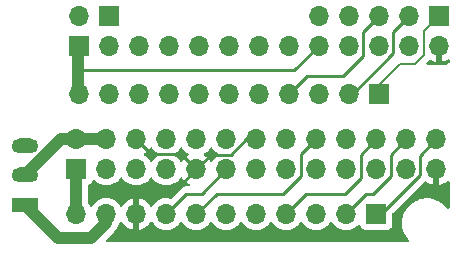
<source format=gbr>
%TF.GenerationSoftware,KiCad,Pcbnew,8.0.3*%
%TF.CreationDate,2024-12-22T12:47:46-05:00*%
%TF.ProjectId,klipper_screen_riser,6b6c6970-7065-4725-9f73-637265656e5f,rev?*%
%TF.SameCoordinates,Original*%
%TF.FileFunction,Copper,L1,Top*%
%TF.FilePolarity,Positive*%
%FSLAX46Y46*%
G04 Gerber Fmt 4.6, Leading zero omitted, Abs format (unit mm)*
G04 Created by KiCad (PCBNEW 8.0.3) date 2024-12-22 12:47:46*
%MOMM*%
%LPD*%
G01*
G04 APERTURE LIST*
%TA.AperFunction,ComponentPad*%
%ADD10O,2.270000X1.270000*%
%TD*%
%TA.AperFunction,ComponentPad*%
%ADD11R,2.270000X1.270000*%
%TD*%
%TA.AperFunction,ComponentPad*%
%ADD12O,1.700000X1.700000*%
%TD*%
%TA.AperFunction,ComponentPad*%
%ADD13R,1.700000X1.700000*%
%TD*%
%TA.AperFunction,Conductor*%
%ADD14C,1.000000*%
%TD*%
%TA.AperFunction,Conductor*%
%ADD15C,0.254000*%
%TD*%
%TA.AperFunction,Conductor*%
%ADD16C,0.200000*%
%TD*%
G04 APERTURE END LIST*
D10*
%TO.P,SW1,3,3*%
%TO.N,unconnected-(SW1-Pad3)*%
X152740000Y-75937473D03*
%TO.P,SW1,2,2*%
%TO.N,Net-(J2-Pin_2)*%
X152740000Y-78437473D03*
D11*
%TO.P,SW1,1,1*%
%TO.N,+5V*%
X152740000Y-80937473D03*
%TD*%
D12*
%TO.P,J2,26,Pin_26*%
%TO.N,TP_CS*%
X187600000Y-75400000D03*
%TO.P,J2,25,Pin_25*%
%TO.N,GND*%
X187600000Y-77940000D03*
%TO.P,J2,24,Pin_24*%
%TO.N,LCD_CS*%
X185060000Y-75400000D03*
%TO.P,J2,23,Pin_23*%
%TO.N,LCD_SCK {slash} TP_SCK *%
X185060000Y-77940000D03*
%TO.P,J2,22,Pin_22*%
%TO.N,RST*%
X182520000Y-75400000D03*
%TO.P,J2,21,Pin_21*%
%TO.N,TP_SO*%
X182520000Y-77940000D03*
%TO.P,J2,20,Pin_20*%
%TO.N,GND*%
X179980000Y-75400000D03*
%TO.P,J2,19,Pin_19*%
%TO.N,LCD_SI {slash} TP_SI *%
X179980000Y-77940000D03*
%TO.P,J2,18,Pin_18*%
%TO.N,LCD_RS *%
X177440000Y-75400000D03*
%TO.P,J2,17,Pin_17*%
%TO.N,+3.3V*%
X177440000Y-77940000D03*
%TO.P,J2,16,Pin_16*%
%TO.N,unconnected-(J2-Pin_16-Pad16)*%
X174900000Y-75400000D03*
%TO.P,J2,15,Pin_15*%
%TO.N,unconnected-(J2-Pin_15-Pad15)*%
X174900000Y-77940000D03*
%TO.P,J2,14,Pin_14*%
%TO.N,GND*%
X172360000Y-75400000D03*
%TO.P,J2,13,Pin_13*%
%TO.N,unconnected-(J2-Pin_13-Pad13)*%
X172360000Y-77940000D03*
%TO.P,J2,12,Pin_12*%
%TO.N,unconnected-(J2-Pin_12-Pad12)*%
X169820000Y-75400000D03*
%TO.P,J2,11,Pin_11*%
%TO.N,TP_IRQ *%
X169820000Y-77940000D03*
%TO.P,J2,10,Pin_10*%
%TO.N,unconnected-(J2-Pin_10-Pad10)*%
X167280000Y-75400000D03*
%TO.P,J2,9,Pin_9*%
%TO.N,GND*%
X167280000Y-77940000D03*
%TO.P,J2,8,Pin_8*%
%TO.N,unconnected-(J2-Pin_8-Pad8)*%
X164740000Y-75400000D03*
%TO.P,J2,7,Pin_7*%
%TO.N,unconnected-(J2-Pin_7-Pad7)*%
X164740000Y-77940000D03*
%TO.P,J2,6,Pin_6*%
%TO.N,GND*%
X162200000Y-75400000D03*
%TO.P,J2,5,Pin_5*%
%TO.N,unconnected-(J2-Pin_5-Pad5)*%
X162200000Y-77940000D03*
%TO.P,J2,4,Pin_4*%
%TO.N,Net-(J2-Pin_2)*%
X159660000Y-75400000D03*
%TO.P,J2,3,Pin_3*%
%TO.N,unconnected-(J2-Pin_3-Pad3)*%
X159660000Y-77940000D03*
%TO.P,J2,2,Pin_2*%
%TO.N,Net-(J2-Pin_2)*%
X157120000Y-75400000D03*
D13*
%TO.P,J2,1,Pin_1*%
%TO.N,+3.3V*%
X157120000Y-77940000D03*
%TD*%
D12*
%TO.P,J5,13,Pin_13*%
%TO.N,GND*%
X187814000Y-67494000D03*
%TO.P,J5,12,Pin_12*%
%TO.N,LCD_SCK {slash} TP_SCK *%
X185274000Y-67494000D03*
%TO.P,J5,11,Pin_11*%
%TO.N,TP_SO*%
X182734000Y-67494000D03*
%TO.P,J5,10,Pin_10*%
%TO.N,LCD_SI {slash} TP_SI *%
X180194000Y-67494000D03*
%TO.P,J5,9,Pin_9*%
%TO.N,+3.3V*%
X177654000Y-67494000D03*
%TO.P,J5,8,Pin_8*%
%TO.N,unconnected-(J5-Pin_8-Pad8)*%
X175114000Y-67494000D03*
%TO.P,J5,7,Pin_7*%
%TO.N,unconnected-(J5-Pin_7-Pad7)*%
X172574000Y-67494000D03*
%TO.P,J5,6,Pin_6*%
%TO.N,TP_IRQ *%
X170034000Y-67494000D03*
%TO.P,J5,5,Pin_5*%
%TO.N,GND*%
X167494000Y-67494000D03*
%TO.P,J5,4,Pin_4*%
%TO.N,unconnected-(J5-Pin_4-Pad4)*%
X164954000Y-67494000D03*
%TO.P,J5,3,Pin_3*%
%TO.N,unconnected-(J5-Pin_3-Pad3)*%
X162414000Y-67494000D03*
%TO.P,J5,2,Pin_2*%
%TO.N,unconnected-(J5-Pin_2-Pad2)*%
X159874000Y-67494000D03*
D13*
%TO.P,J5,1,Pin_1*%
%TO.N,+3.3V*%
X157334000Y-67494000D03*
%TD*%
D12*
%TO.P,J4,2,Pin_2*%
%TO.N,+5V*%
X157334000Y-64954000D03*
D13*
%TO.P,J4,1,Pin_1*%
X159874000Y-64954000D03*
%TD*%
D12*
%TO.P,J3,11,Pin_11*%
%TO.N,+3.3V*%
X157120000Y-81718000D03*
%TO.P,J3,10,Pin_10*%
%TO.N,+5V*%
X159660000Y-81718000D03*
%TO.P,J3,9,Pin_9*%
%TO.N,GND*%
X162200000Y-81718000D03*
%TO.P,J3,8,Pin_8*%
%TO.N,TP_IRQ *%
X164740000Y-81718000D03*
%TO.P,J3,7,Pin_7*%
%TO.N,LCD_RS *%
X167280000Y-81718000D03*
%TO.P,J3,6,Pin_6*%
%TO.N,LCD_SI {slash} TP_SI *%
X169820000Y-81718000D03*
%TO.P,J3,5,Pin_5*%
%TO.N,TP_SO*%
X172360000Y-81718000D03*
%TO.P,J3,4,Pin_4*%
%TO.N,RST*%
X174900000Y-81718000D03*
%TO.P,J3,3,Pin_3*%
%TO.N,LCD_SCK {slash} TP_SCK *%
X177440000Y-81718000D03*
%TO.P,J3,2,Pin_2*%
%TO.N,LCD_CS*%
X179980000Y-81718000D03*
D13*
%TO.P,J3,1,Pin_1*%
%TO.N,TP_CS*%
X182520000Y-81718000D03*
%TD*%
D12*
%TO.P,J6,5,Pin_5*%
%TO.N,LCD_RS *%
X177672000Y-64954000D03*
%TO.P,J6,4,Pin_4*%
%TO.N,GND*%
X180212000Y-64954000D03*
%TO.P,J6,3,Pin_3*%
%TO.N,RST*%
X182752000Y-64954000D03*
%TO.P,J6,2,Pin_2*%
%TO.N,LCD_CS*%
X185292000Y-64954000D03*
D13*
%TO.P,J6,1,Pin_1*%
%TO.N,TP_CS*%
X187832000Y-64954000D03*
%TD*%
D12*
%TO.P,J1,11,Pin_11*%
%TO.N,+3.3V*%
X157352000Y-71558000D03*
%TO.P,J1,10,Pin_10*%
%TO.N,+5V*%
X159892000Y-71558000D03*
%TO.P,J1,9,Pin_9*%
%TO.N,GND*%
X162432000Y-71558000D03*
%TO.P,J1,8,Pin_8*%
%TO.N,TP_IRQ *%
X164972000Y-71558000D03*
%TO.P,J1,7,Pin_7*%
%TO.N,LCD_RS *%
X167512000Y-71558000D03*
%TO.P,J1,6,Pin_6*%
%TO.N,LCD_SI {slash} TP_SI *%
X170052000Y-71558000D03*
%TO.P,J1,5,Pin_5*%
%TO.N,TP_SO*%
X172592000Y-71558000D03*
%TO.P,J1,4,Pin_4*%
%TO.N,RST*%
X175132000Y-71558000D03*
%TO.P,J1,3,Pin_3*%
%TO.N,LCD_SCK {slash} TP_SCK *%
X177672000Y-71558000D03*
%TO.P,J1,2,Pin_2*%
%TO.N,LCD_CS*%
X180212000Y-71558000D03*
D13*
%TO.P,J1,1,Pin_1*%
%TO.N,TP_CS*%
X182752000Y-71558000D03*
%TD*%
D14*
%TO.N,+3.3V*%
X157120000Y-81718000D02*
X157120000Y-77940000D01*
X157304464Y-69558000D02*
X157304464Y-71510464D01*
X157304464Y-71510464D02*
X157352000Y-71558000D01*
D15*
X175590000Y-69558000D02*
X157304464Y-69558000D01*
D14*
X157304464Y-67598000D02*
X157304464Y-69558000D01*
D15*
X177654000Y-67494000D02*
X175590000Y-69558000D01*
X177685032Y-67494000D02*
X177654000Y-67494000D01*
%TO.N,RST*%
X181228000Y-78670000D02*
X179857705Y-80040295D01*
X176632000Y-70058000D02*
X175132000Y-71558000D01*
X182520000Y-75400000D02*
X181228000Y-76692000D01*
X179857705Y-80040295D02*
X176577705Y-80040295D01*
X179679057Y-70058000D02*
X176632000Y-70058000D01*
X176577705Y-80040295D02*
X174900000Y-81718000D01*
X182683032Y-65058000D02*
X181407581Y-66333451D01*
X181407581Y-66333451D02*
X181407581Y-68329476D01*
X181407581Y-68329476D02*
X179679057Y-70058000D01*
X181228000Y-76692000D02*
X181228000Y-78670000D01*
%TO.N,TP_CS*%
X182946530Y-81718000D02*
X182520000Y-81718000D01*
X186237000Y-76763000D02*
X186237000Y-78427530D01*
X183179057Y-71558000D02*
X182752000Y-71558000D01*
D16*
X182752000Y-70773472D02*
X182752000Y-71558000D01*
D15*
X187600000Y-75400000D02*
X186237000Y-76763000D01*
D16*
X186544884Y-66241116D02*
X186544884Y-68285116D01*
X187832000Y-64954000D02*
X186544884Y-66241116D01*
X185840000Y-68990000D02*
X184535472Y-68990000D01*
X186544884Y-68285116D02*
X185840000Y-68990000D01*
X184535472Y-68990000D02*
X182752000Y-70773472D01*
D15*
X186237000Y-78427530D02*
X182946530Y-81718000D01*
%TO.N,LCD_RS *%
X168999387Y-79998613D02*
X167280000Y-81718000D01*
X177440000Y-75400000D02*
X176166239Y-76673761D01*
X176166239Y-76673761D02*
X176166239Y-78477228D01*
X176166239Y-78477228D02*
X174644854Y-79998613D01*
X174644854Y-79998613D02*
X168999387Y-79998613D01*
D14*
%TO.N,+5V*%
X155592527Y-83750000D02*
X158368000Y-83750000D01*
X158368000Y-83750000D02*
X159660000Y-82458000D01*
X152780000Y-80937473D02*
X155592527Y-83750000D01*
X159660000Y-82458000D02*
X159660000Y-81718000D01*
D15*
%TO.N,TP_IRQ *%
X169820000Y-77940000D02*
X167750967Y-80009033D01*
X166448967Y-80009033D02*
X164740000Y-81718000D01*
X167750967Y-80009033D02*
X166448967Y-80009033D01*
%TO.N,GND*%
X170200339Y-76684191D02*
X168535809Y-76684191D01*
X167280000Y-77940000D02*
X165630000Y-79590000D01*
X165630000Y-79590000D02*
X164240000Y-79590000D01*
X171484530Y-75400000D02*
X170200339Y-76684191D01*
X167280000Y-77940000D02*
X165997029Y-76657029D01*
X165997029Y-76657029D02*
X163457029Y-76657029D01*
X168535809Y-76684191D02*
X167280000Y-77940000D01*
X172360000Y-75400000D02*
X171484530Y-75400000D01*
X163457029Y-76657029D02*
X162200000Y-75400000D01*
%TO.N,LCD_CS*%
X181657705Y-80040295D02*
X179980000Y-81718000D01*
X185223032Y-65058000D02*
X183956935Y-66324097D01*
X183956935Y-66324097D02*
X183956935Y-68120522D01*
X180519457Y-71558000D02*
X180212000Y-71558000D01*
X182236705Y-80040295D02*
X181657705Y-80040295D01*
X185060000Y-75400000D02*
X183768000Y-76692000D01*
X183768000Y-76692000D02*
X183768000Y-78509000D01*
X183768000Y-78509000D02*
X182236705Y-80040295D01*
X183956935Y-68120522D02*
X180519457Y-71558000D01*
D14*
%TO.N,Net-(J2-Pin_2)*%
X157120000Y-75400000D02*
X155817473Y-75400000D01*
X157120000Y-75400000D02*
X159660000Y-75400000D01*
X155817473Y-75400000D02*
X152780000Y-78437473D01*
%TD*%
%TA.AperFunction,Conductor*%
%TO.N,GND*%
G36*
X187850000Y-79270633D02*
G01*
X188063483Y-79213433D01*
X188063492Y-79213429D01*
X188277578Y-79113600D01*
X188471082Y-78978105D01*
X188527819Y-78921369D01*
X188589142Y-78887884D01*
X188658834Y-78892868D01*
X188714767Y-78934740D01*
X188739184Y-79000204D01*
X188739500Y-79009050D01*
X188739500Y-81171887D01*
X188719815Y-81238926D01*
X188667011Y-81284681D01*
X188597853Y-81294625D01*
X188534297Y-81265600D01*
X188514196Y-81243395D01*
X188449191Y-81151304D01*
X188385784Y-81083412D01*
X188253053Y-80941292D01*
X188030147Y-80759945D01*
X188030146Y-80759944D01*
X187784617Y-80610634D01*
X187521063Y-80496158D01*
X187521061Y-80496157D01*
X187521058Y-80496156D01*
X187391578Y-80459877D01*
X187244364Y-80418630D01*
X187244359Y-80418629D01*
X187244358Y-80418629D01*
X187102018Y-80399064D01*
X186959679Y-80379500D01*
X186959678Y-80379500D01*
X186672322Y-80379500D01*
X186672321Y-80379500D01*
X186387642Y-80418629D01*
X186387635Y-80418630D01*
X186179861Y-80476845D01*
X186110942Y-80496156D01*
X186110939Y-80496156D01*
X186110936Y-80496158D01*
X186110935Y-80496158D01*
X185847382Y-80610634D01*
X185601853Y-80759944D01*
X185378950Y-80941289D01*
X185182812Y-81151299D01*
X185017098Y-81386064D01*
X184884894Y-81641206D01*
X184788667Y-81911962D01*
X184788666Y-81911965D01*
X184730201Y-82193319D01*
X184710592Y-82480000D01*
X184730201Y-82766680D01*
X184730201Y-82766684D01*
X184730202Y-82766686D01*
X184739272Y-82810335D01*
X184788666Y-83048034D01*
X184788667Y-83048037D01*
X184884894Y-83318793D01*
X184884893Y-83318793D01*
X185017098Y-83573935D01*
X185104190Y-83697317D01*
X185182811Y-83808698D01*
X185220705Y-83849272D01*
X185250209Y-83880863D01*
X185281580Y-83943294D01*
X185274220Y-84012775D01*
X185230463Y-84067246D01*
X185164203Y-84089414D01*
X185159585Y-84089500D01*
X159742782Y-84089500D01*
X159675743Y-84069815D01*
X159629988Y-84017011D01*
X159620044Y-83947853D01*
X159649069Y-83884297D01*
X159655101Y-83877819D01*
X159812602Y-83720318D01*
X160297778Y-83235141D01*
X160297782Y-83235139D01*
X160437139Y-83095782D01*
X160546632Y-82931914D01*
X160615071Y-82766686D01*
X160622051Y-82749836D01*
X160635568Y-82681880D01*
X160667950Y-82619972D01*
X160669422Y-82618472D01*
X160698495Y-82589401D01*
X160828730Y-82403405D01*
X160883307Y-82359781D01*
X160952805Y-82352587D01*
X161015160Y-82384110D01*
X161031879Y-82403405D01*
X161161890Y-82589078D01*
X161328917Y-82756105D01*
X161522421Y-82891600D01*
X161736507Y-82991429D01*
X161736516Y-82991433D01*
X161950000Y-83048634D01*
X161950000Y-82151012D01*
X162007007Y-82183925D01*
X162134174Y-82218000D01*
X162265826Y-82218000D01*
X162392993Y-82183925D01*
X162450000Y-82151012D01*
X162450000Y-83048633D01*
X162663483Y-82991433D01*
X162663492Y-82991429D01*
X162877578Y-82891600D01*
X163071082Y-82756105D01*
X163238105Y-82589082D01*
X163368119Y-82403405D01*
X163422696Y-82359781D01*
X163492195Y-82352588D01*
X163554549Y-82384110D01*
X163571269Y-82403405D01*
X163584180Y-82421844D01*
X163701505Y-82589401D01*
X163868599Y-82756495D01*
X163965384Y-82824265D01*
X164062165Y-82892032D01*
X164062167Y-82892033D01*
X164062170Y-82892035D01*
X164276337Y-82991903D01*
X164504592Y-83053063D01*
X164681034Y-83068500D01*
X164739999Y-83073659D01*
X164740000Y-83073659D01*
X164740001Y-83073659D01*
X164798966Y-83068500D01*
X164975408Y-83053063D01*
X165203663Y-82991903D01*
X165417830Y-82892035D01*
X165611401Y-82756495D01*
X165778495Y-82589401D01*
X165892891Y-82426026D01*
X165908425Y-82403842D01*
X165963002Y-82360217D01*
X166032500Y-82353023D01*
X166094855Y-82384546D01*
X166111575Y-82403842D01*
X166241281Y-82589082D01*
X166241505Y-82589401D01*
X166408599Y-82756495D01*
X166505384Y-82824265D01*
X166602165Y-82892032D01*
X166602167Y-82892033D01*
X166602170Y-82892035D01*
X166816337Y-82991903D01*
X167044592Y-83053063D01*
X167221034Y-83068500D01*
X167279999Y-83073659D01*
X167280000Y-83073659D01*
X167280001Y-83073659D01*
X167338966Y-83068500D01*
X167515408Y-83053063D01*
X167743663Y-82991903D01*
X167957830Y-82892035D01*
X168151401Y-82756495D01*
X168318495Y-82589401D01*
X168432891Y-82426026D01*
X168448425Y-82403842D01*
X168503002Y-82360217D01*
X168572500Y-82353023D01*
X168634855Y-82384546D01*
X168651575Y-82403842D01*
X168781281Y-82589082D01*
X168781505Y-82589401D01*
X168948599Y-82756495D01*
X169045384Y-82824265D01*
X169142165Y-82892032D01*
X169142167Y-82892033D01*
X169142170Y-82892035D01*
X169356337Y-82991903D01*
X169584592Y-83053063D01*
X169761034Y-83068500D01*
X169819999Y-83073659D01*
X169820000Y-83073659D01*
X169820001Y-83073659D01*
X169878966Y-83068500D01*
X170055408Y-83053063D01*
X170283663Y-82991903D01*
X170497830Y-82892035D01*
X170691401Y-82756495D01*
X170858495Y-82589401D01*
X170972891Y-82426026D01*
X170988425Y-82403842D01*
X171043002Y-82360217D01*
X171112500Y-82353023D01*
X171174855Y-82384546D01*
X171191575Y-82403842D01*
X171321281Y-82589082D01*
X171321505Y-82589401D01*
X171488599Y-82756495D01*
X171585384Y-82824265D01*
X171682165Y-82892032D01*
X171682167Y-82892033D01*
X171682170Y-82892035D01*
X171896337Y-82991903D01*
X172124592Y-83053063D01*
X172301034Y-83068500D01*
X172359999Y-83073659D01*
X172360000Y-83073659D01*
X172360001Y-83073659D01*
X172418966Y-83068500D01*
X172595408Y-83053063D01*
X172823663Y-82991903D01*
X173037830Y-82892035D01*
X173231401Y-82756495D01*
X173398495Y-82589401D01*
X173512891Y-82426026D01*
X173528425Y-82403842D01*
X173583002Y-82360217D01*
X173652500Y-82353023D01*
X173714855Y-82384546D01*
X173731575Y-82403842D01*
X173861281Y-82589082D01*
X173861505Y-82589401D01*
X174028599Y-82756495D01*
X174125384Y-82824265D01*
X174222165Y-82892032D01*
X174222167Y-82892033D01*
X174222170Y-82892035D01*
X174436337Y-82991903D01*
X174664592Y-83053063D01*
X174841034Y-83068500D01*
X174899999Y-83073659D01*
X174900000Y-83073659D01*
X174900001Y-83073659D01*
X174958966Y-83068500D01*
X175135408Y-83053063D01*
X175363663Y-82991903D01*
X175577830Y-82892035D01*
X175771401Y-82756495D01*
X175938495Y-82589401D01*
X176052891Y-82426026D01*
X176068425Y-82403842D01*
X176123002Y-82360217D01*
X176192500Y-82353023D01*
X176254855Y-82384546D01*
X176271575Y-82403842D01*
X176401281Y-82589082D01*
X176401505Y-82589401D01*
X176568599Y-82756495D01*
X176665384Y-82824265D01*
X176762165Y-82892032D01*
X176762167Y-82892033D01*
X176762170Y-82892035D01*
X176976337Y-82991903D01*
X177204592Y-83053063D01*
X177381034Y-83068500D01*
X177439999Y-83073659D01*
X177440000Y-83073659D01*
X177440001Y-83073659D01*
X177498966Y-83068500D01*
X177675408Y-83053063D01*
X177903663Y-82991903D01*
X178117830Y-82892035D01*
X178311401Y-82756495D01*
X178478495Y-82589401D01*
X178592891Y-82426026D01*
X178608425Y-82403842D01*
X178663002Y-82360217D01*
X178732500Y-82353023D01*
X178794855Y-82384546D01*
X178811575Y-82403842D01*
X178941281Y-82589082D01*
X178941505Y-82589401D01*
X179108599Y-82756495D01*
X179205384Y-82824265D01*
X179302165Y-82892032D01*
X179302167Y-82892033D01*
X179302170Y-82892035D01*
X179516337Y-82991903D01*
X179744592Y-83053063D01*
X179921034Y-83068500D01*
X179979999Y-83073659D01*
X179980000Y-83073659D01*
X179980001Y-83073659D01*
X180038966Y-83068500D01*
X180215408Y-83053063D01*
X180443663Y-82991903D01*
X180657830Y-82892035D01*
X180851401Y-82756495D01*
X180973329Y-82634566D01*
X181034648Y-82601084D01*
X181104340Y-82606068D01*
X181160274Y-82647939D01*
X181177189Y-82678917D01*
X181226202Y-82810328D01*
X181226206Y-82810335D01*
X181312452Y-82925544D01*
X181312455Y-82925547D01*
X181427664Y-83011793D01*
X181427671Y-83011797D01*
X181562517Y-83062091D01*
X181562516Y-83062091D01*
X181569444Y-83062835D01*
X181622127Y-83068500D01*
X183417872Y-83068499D01*
X183477483Y-83062091D01*
X183612331Y-83011796D01*
X183727546Y-82925546D01*
X183813796Y-82810331D01*
X183864091Y-82675483D01*
X183870500Y-82615873D01*
X183870499Y-81732809D01*
X183890183Y-81665771D01*
X183906813Y-81645134D01*
X186564255Y-78987693D01*
X186625574Y-78954211D01*
X186695266Y-78959195D01*
X186723880Y-78975871D01*
X186724488Y-78975004D01*
X186922421Y-79113600D01*
X187136507Y-79213429D01*
X187136516Y-79213433D01*
X187350000Y-79270634D01*
X187350000Y-78373012D01*
X187407007Y-78405925D01*
X187534174Y-78440000D01*
X187665826Y-78440000D01*
X187792993Y-78405925D01*
X187850000Y-78373012D01*
X187850000Y-79270633D01*
G37*
%TD.AperFunction*%
%TA.AperFunction,Conductor*%
G36*
X166095160Y-78606110D02*
G01*
X166111879Y-78625405D01*
X166241890Y-78811078D01*
X166408917Y-78978105D01*
X166602421Y-79113600D01*
X166670083Y-79145151D01*
X166722522Y-79191323D01*
X166741674Y-79258517D01*
X166721458Y-79325398D01*
X166668293Y-79370732D01*
X166617678Y-79381533D01*
X166387162Y-79381533D01*
X166265937Y-79405646D01*
X166265927Y-79405649D01*
X166151740Y-79452946D01*
X166151727Y-79452953D01*
X166048959Y-79521621D01*
X166048955Y-79521624D01*
X165193415Y-80377164D01*
X165132092Y-80410649D01*
X165073641Y-80409258D01*
X164975413Y-80382938D01*
X164975403Y-80382936D01*
X164740001Y-80362341D01*
X164739999Y-80362341D01*
X164504596Y-80382936D01*
X164504586Y-80382938D01*
X164276344Y-80444094D01*
X164276335Y-80444098D01*
X164062171Y-80543964D01*
X164062169Y-80543965D01*
X163868597Y-80679505D01*
X163701508Y-80846594D01*
X163571269Y-81032595D01*
X163516692Y-81076219D01*
X163447193Y-81083412D01*
X163384839Y-81051890D01*
X163368119Y-81032594D01*
X163238113Y-80846926D01*
X163238108Y-80846920D01*
X163071082Y-80679894D01*
X162877578Y-80544399D01*
X162663492Y-80444570D01*
X162663486Y-80444567D01*
X162450000Y-80387364D01*
X162450000Y-81284988D01*
X162392993Y-81252075D01*
X162265826Y-81218000D01*
X162134174Y-81218000D01*
X162007007Y-81252075D01*
X161950000Y-81284988D01*
X161950000Y-80387364D01*
X161949999Y-80387364D01*
X161736513Y-80444567D01*
X161736507Y-80444570D01*
X161522422Y-80544399D01*
X161522420Y-80544400D01*
X161328926Y-80679886D01*
X161328920Y-80679891D01*
X161161891Y-80846920D01*
X161161890Y-80846922D01*
X161031880Y-81032595D01*
X160977303Y-81076219D01*
X160907804Y-81083412D01*
X160845450Y-81051890D01*
X160828730Y-81032594D01*
X160698494Y-80846597D01*
X160531402Y-80679506D01*
X160531395Y-80679501D01*
X160337834Y-80543967D01*
X160337830Y-80543965D01*
X160337828Y-80543964D01*
X160123663Y-80444097D01*
X160123659Y-80444096D01*
X160123655Y-80444094D01*
X159895413Y-80382938D01*
X159895403Y-80382936D01*
X159660001Y-80362341D01*
X159659999Y-80362341D01*
X159424596Y-80382936D01*
X159424586Y-80382938D01*
X159196344Y-80444094D01*
X159196335Y-80444098D01*
X158982171Y-80543964D01*
X158982169Y-80543965D01*
X158788597Y-80679505D01*
X158621505Y-80846597D01*
X158491575Y-81032158D01*
X158436998Y-81075783D01*
X158367500Y-81082977D01*
X158305145Y-81051454D01*
X158288425Y-81032158D01*
X158158494Y-80846597D01*
X158156819Y-80844922D01*
X158156315Y-80844000D01*
X158155014Y-80842449D01*
X158155325Y-80842187D01*
X158123334Y-80783599D01*
X158120500Y-80757241D01*
X158120500Y-79354141D01*
X158140185Y-79287102D01*
X158192989Y-79241347D01*
X158201149Y-79237966D01*
X158212331Y-79233796D01*
X158239533Y-79213433D01*
X158255988Y-79201114D01*
X158327546Y-79147546D01*
X158413796Y-79032331D01*
X158462810Y-78900916D01*
X158504681Y-78844984D01*
X158570145Y-78820566D01*
X158638418Y-78835417D01*
X158666673Y-78856569D01*
X158788599Y-78978495D01*
X158865876Y-79032605D01*
X158982165Y-79114032D01*
X158982167Y-79114033D01*
X158982170Y-79114035D01*
X159196337Y-79213903D01*
X159424592Y-79275063D01*
X159592793Y-79289779D01*
X159659999Y-79295659D01*
X159660000Y-79295659D01*
X159660001Y-79295659D01*
X159699234Y-79292226D01*
X159895408Y-79275063D01*
X160123663Y-79213903D01*
X160337830Y-79114035D01*
X160531401Y-78978495D01*
X160698495Y-78811401D01*
X160828425Y-78625842D01*
X160883002Y-78582217D01*
X160952500Y-78575023D01*
X161014855Y-78606546D01*
X161031575Y-78625842D01*
X161161278Y-78811078D01*
X161161505Y-78811401D01*
X161328599Y-78978495D01*
X161405876Y-79032605D01*
X161522165Y-79114032D01*
X161522167Y-79114033D01*
X161522170Y-79114035D01*
X161736337Y-79213903D01*
X161964592Y-79275063D01*
X162132793Y-79289779D01*
X162199999Y-79295659D01*
X162200000Y-79295659D01*
X162200001Y-79295659D01*
X162239234Y-79292226D01*
X162435408Y-79275063D01*
X162663663Y-79213903D01*
X162877830Y-79114035D01*
X163071401Y-78978495D01*
X163238495Y-78811401D01*
X163368425Y-78625842D01*
X163423002Y-78582217D01*
X163492500Y-78575023D01*
X163554855Y-78606546D01*
X163571575Y-78625842D01*
X163701278Y-78811078D01*
X163701505Y-78811401D01*
X163868599Y-78978495D01*
X163945876Y-79032605D01*
X164062165Y-79114032D01*
X164062167Y-79114033D01*
X164062170Y-79114035D01*
X164276337Y-79213903D01*
X164504592Y-79275063D01*
X164672793Y-79289779D01*
X164739999Y-79295659D01*
X164740000Y-79295659D01*
X164740001Y-79295659D01*
X164779234Y-79292226D01*
X164975408Y-79275063D01*
X165203663Y-79213903D01*
X165417830Y-79114035D01*
X165611401Y-78978495D01*
X165778495Y-78811401D01*
X165908730Y-78625405D01*
X165963307Y-78581781D01*
X166032805Y-78574587D01*
X166095160Y-78606110D01*
G37*
%TD.AperFunction*%
%TA.AperFunction,Conductor*%
G36*
X166094855Y-76066546D02*
G01*
X166111575Y-76085842D01*
X166241281Y-76271082D01*
X166241505Y-76271401D01*
X166408599Y-76438495D01*
X166509240Y-76508965D01*
X166594594Y-76568730D01*
X166638219Y-76623307D01*
X166645413Y-76692805D01*
X166613890Y-76755160D01*
X166594595Y-76771880D01*
X166408922Y-76901890D01*
X166408920Y-76901891D01*
X166241891Y-77068920D01*
X166241890Y-77068922D01*
X166111880Y-77254595D01*
X166057303Y-77298219D01*
X165987804Y-77305412D01*
X165925450Y-77273890D01*
X165908730Y-77254594D01*
X165778494Y-77068597D01*
X165611402Y-76901506D01*
X165611396Y-76901501D01*
X165425842Y-76771575D01*
X165382217Y-76716998D01*
X165375023Y-76647500D01*
X165406546Y-76585145D01*
X165425842Y-76568425D01*
X165476998Y-76532605D01*
X165611401Y-76438495D01*
X165778495Y-76271401D01*
X165908425Y-76085842D01*
X165963002Y-76042217D01*
X166032500Y-76035023D01*
X166094855Y-76066546D01*
G37*
%TD.AperFunction*%
%TA.AperFunction,Conductor*%
G36*
X168634855Y-76066546D02*
G01*
X168651575Y-76085842D01*
X168781501Y-76271396D01*
X168781506Y-76271402D01*
X168948597Y-76438493D01*
X168948603Y-76438498D01*
X169134158Y-76568425D01*
X169177783Y-76623002D01*
X169184977Y-76692500D01*
X169153454Y-76754855D01*
X169134158Y-76771575D01*
X168948597Y-76901505D01*
X168781508Y-77068594D01*
X168651269Y-77254595D01*
X168596692Y-77298219D01*
X168527193Y-77305412D01*
X168464839Y-77273890D01*
X168448119Y-77254594D01*
X168318113Y-77068926D01*
X168318108Y-77068920D01*
X168151078Y-76901890D01*
X167965405Y-76771879D01*
X167921780Y-76717302D01*
X167914588Y-76647804D01*
X167946110Y-76585449D01*
X167965406Y-76568730D01*
X167966279Y-76568119D01*
X168151401Y-76438495D01*
X168318495Y-76271401D01*
X168448425Y-76085842D01*
X168503002Y-76042217D01*
X168572500Y-76035023D01*
X168634855Y-76066546D01*
G37*
%TD.AperFunction*%
%TA.AperFunction,Conductor*%
G36*
X163554549Y-76066110D02*
G01*
X163571269Y-76085405D01*
X163701505Y-76271401D01*
X163701506Y-76271402D01*
X163868597Y-76438493D01*
X163868603Y-76438498D01*
X164054158Y-76568425D01*
X164097783Y-76623002D01*
X164104977Y-76692500D01*
X164073454Y-76754855D01*
X164054158Y-76771575D01*
X163868597Y-76901505D01*
X163701505Y-77068597D01*
X163571575Y-77254158D01*
X163516998Y-77297783D01*
X163447500Y-77304977D01*
X163385145Y-77273454D01*
X163368425Y-77254158D01*
X163238494Y-77068597D01*
X163071402Y-76901506D01*
X163071401Y-76901505D01*
X162903844Y-76784180D01*
X162885405Y-76771269D01*
X162841781Y-76716692D01*
X162834588Y-76647193D01*
X162866110Y-76584839D01*
X162885405Y-76568119D01*
X163071082Y-76438105D01*
X163238105Y-76271082D01*
X163368119Y-76085405D01*
X163422696Y-76041781D01*
X163492195Y-76034588D01*
X163554549Y-76066110D01*
G37*
%TD.AperFunction*%
%TA.AperFunction,Conductor*%
G36*
X188064000Y-68824633D02*
G01*
X188277483Y-68767433D01*
X188277492Y-68767429D01*
X188491579Y-68667599D01*
X188561907Y-68618354D01*
X188628113Y-68596026D01*
X188695880Y-68613035D01*
X188743694Y-68663982D01*
X188756373Y-68732692D01*
X188750074Y-68760881D01*
X188738648Y-68793536D01*
X188726600Y-68818555D01*
X188681957Y-68889604D01*
X188664644Y-68911313D01*
X188605313Y-68970644D01*
X188583604Y-68987957D01*
X188512555Y-69032600D01*
X188487537Y-69044648D01*
X188408333Y-69072362D01*
X188381264Y-69078540D01*
X188301075Y-69087576D01*
X188290921Y-69088720D01*
X188277038Y-69089500D01*
X186889097Y-69089500D01*
X186822058Y-69069815D01*
X186776303Y-69017011D01*
X186766359Y-68947853D01*
X186795384Y-68884297D01*
X186801416Y-68877819D01*
X186804870Y-68874365D01*
X186990032Y-68689203D01*
X187051353Y-68655720D01*
X187121045Y-68660704D01*
X187131388Y-68665580D01*
X187131514Y-68665312D01*
X187350507Y-68767429D01*
X187350516Y-68767433D01*
X187564000Y-68824634D01*
X187564000Y-67927012D01*
X187621007Y-67959925D01*
X187748174Y-67994000D01*
X187879826Y-67994000D01*
X188006993Y-67959925D01*
X188064000Y-67927012D01*
X188064000Y-68824633D01*
G37*
%TD.AperFunction*%
%TD*%
M02*

</source>
